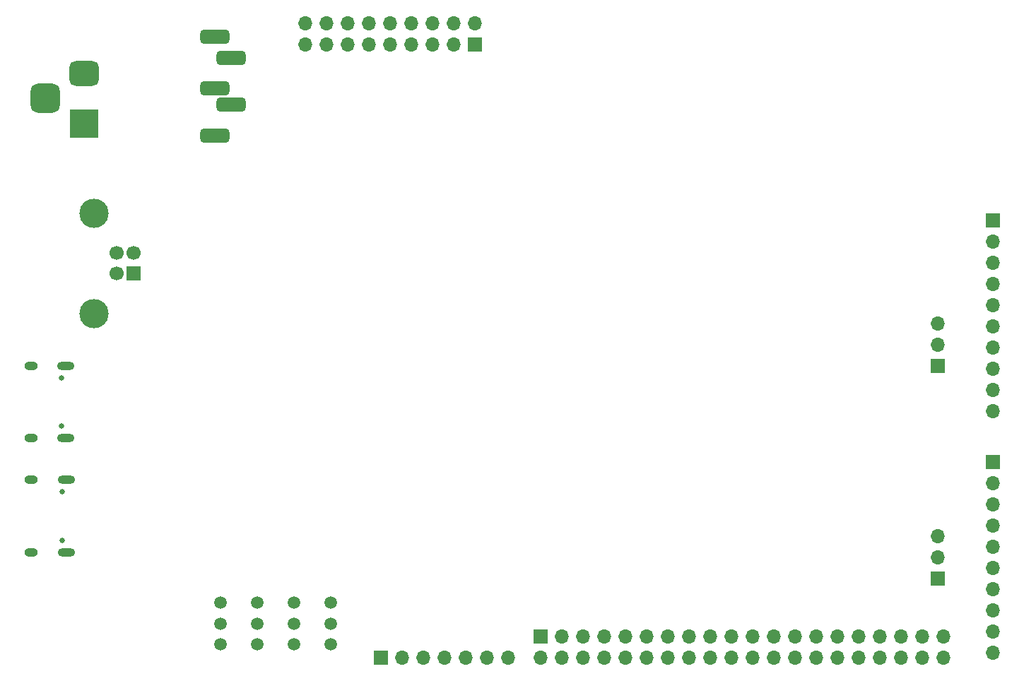
<source format=gbr>
%TF.GenerationSoftware,KiCad,Pcbnew,(6.0.5)*%
%TF.CreationDate,2024-01-23T17:13:34+09:00*%
%TF.ProjectId,ESP32_S2DevelopBoard,45535033-325f-4533-9244-6576656c6f70,rev?*%
%TF.SameCoordinates,Original*%
%TF.FileFunction,Soldermask,Bot*%
%TF.FilePolarity,Negative*%
%FSLAX46Y46*%
G04 Gerber Fmt 4.6, Leading zero omitted, Abs format (unit mm)*
G04 Created by KiCad (PCBNEW (6.0.5)) date 2024-01-23 17:13:34*
%MOMM*%
%LPD*%
G01*
G04 APERTURE LIST*
G04 Aperture macros list*
%AMRoundRect*
0 Rectangle with rounded corners*
0 $1 Rounding radius*
0 $2 $3 $4 $5 $6 $7 $8 $9 X,Y pos of 4 corners*
0 Add a 4 corners polygon primitive as box body*
4,1,4,$2,$3,$4,$5,$6,$7,$8,$9,$2,$3,0*
0 Add four circle primitives for the rounded corners*
1,1,$1+$1,$2,$3*
1,1,$1+$1,$4,$5*
1,1,$1+$1,$6,$7*
1,1,$1+$1,$8,$9*
0 Add four rect primitives between the rounded corners*
20,1,$1+$1,$2,$3,$4,$5,0*
20,1,$1+$1,$4,$5,$6,$7,0*
20,1,$1+$1,$6,$7,$8,$9,0*
20,1,$1+$1,$8,$9,$2,$3,0*%
G04 Aperture macros list end*
%ADD10R,1.700000X1.700000*%
%ADD11O,1.700000X1.700000*%
%ADD12C,0.650000*%
%ADD13O,1.600000X1.000000*%
%ADD14O,2.100000X1.000000*%
%ADD15C,1.500000*%
%ADD16C,1.700000*%
%ADD17C,3.500000*%
%ADD18RoundRect,0.425000X1.325000X-0.425000X1.325000X0.425000X-1.325000X0.425000X-1.325000X-0.425000X0*%
%ADD19R,3.500000X3.500000*%
%ADD20RoundRect,0.750000X-1.000000X0.750000X-1.000000X-0.750000X1.000000X-0.750000X1.000000X0.750000X0*%
%ADD21RoundRect,0.875000X-0.875000X0.875000X-0.875000X-0.875000X0.875000X-0.875000X0.875000X0.875000X0*%
G04 APERTURE END LIST*
D10*
%TO.C,J2*%
X204400000Y-116240000D03*
D11*
X204400000Y-118780000D03*
X204400000Y-121320000D03*
X204400000Y-123860000D03*
X204400000Y-126400000D03*
X204400000Y-128940000D03*
X204400000Y-131480000D03*
X204400000Y-134020000D03*
X204400000Y-136560000D03*
X204400000Y-139100000D03*
%TD*%
D12*
%TO.C,J3*%
X92880000Y-111880000D03*
X92880000Y-106100000D03*
D13*
X89200000Y-104670000D03*
D14*
X93380000Y-104670000D03*
D13*
X89200000Y-113310000D03*
D14*
X93380000Y-113310000D03*
%TD*%
D10*
%TO.C,J4*%
X204400000Y-87240000D03*
D11*
X204400000Y-89780000D03*
X204400000Y-92320000D03*
X204400000Y-94860000D03*
X204400000Y-97400000D03*
X204400000Y-99940000D03*
X204400000Y-102480000D03*
X204400000Y-105020000D03*
X204400000Y-107560000D03*
X204400000Y-110100000D03*
%TD*%
D15*
%TO.C,SW1*%
X111875000Y-133090000D03*
X111875000Y-135590000D03*
X111875000Y-138090000D03*
%TD*%
%TO.C,SW4*%
X125075000Y-133090000D03*
X125075000Y-135590000D03*
X125075000Y-138090000D03*
%TD*%
%TO.C,SW2*%
X116275000Y-133090000D03*
X116275000Y-135590000D03*
X116275000Y-138090000D03*
%TD*%
D10*
%TO.C,J10*%
X197800000Y-130200000D03*
D11*
X197800000Y-127660000D03*
X197800000Y-125120000D03*
%TD*%
D10*
%TO.C,J11*%
X131075000Y-139665000D03*
D11*
X133615000Y-139665000D03*
X136155000Y-139665000D03*
X138695000Y-139665000D03*
X141235000Y-139665000D03*
X143775000Y-139665000D03*
X146315000Y-139665000D03*
%TD*%
D10*
%TO.C,J8*%
X101452500Y-93640000D03*
D16*
X101452500Y-91140000D03*
X99452500Y-91140000D03*
X99452500Y-93640000D03*
D17*
X96742500Y-98410000D03*
X96742500Y-86370000D03*
%TD*%
D18*
%TO.C,U8*%
X111175000Y-65265000D03*
X111175000Y-71415000D03*
X113175000Y-73365000D03*
X111175000Y-77065000D03*
X113175000Y-67765000D03*
%TD*%
D12*
%TO.C,J6*%
X92895000Y-125580000D03*
X92895000Y-119800000D03*
D14*
X93395000Y-118370000D03*
X93395000Y-127010000D03*
D13*
X89215000Y-118370000D03*
X89215000Y-127010000D03*
%TD*%
D19*
%TO.C,J1*%
X95582500Y-75640000D03*
D20*
X95582500Y-69640000D03*
D21*
X90882500Y-72640000D03*
%TD*%
D15*
%TO.C,SW3*%
X120675000Y-133090000D03*
X120675000Y-135590000D03*
X120675000Y-138090000D03*
%TD*%
D10*
%TO.C,J14*%
X142375000Y-66140000D03*
D11*
X142375000Y-63600000D03*
X139835000Y-66140000D03*
X139835000Y-63600000D03*
X137295000Y-66140000D03*
X137295000Y-63600000D03*
X134755000Y-66140000D03*
X134755000Y-63600000D03*
X132215000Y-66140000D03*
X132215000Y-63600000D03*
X129675000Y-66140000D03*
X129675000Y-63600000D03*
X127135000Y-66140000D03*
X127135000Y-63600000D03*
X124595000Y-66140000D03*
X124595000Y-63600000D03*
X122055000Y-66140000D03*
X122055000Y-63600000D03*
%TD*%
D10*
%TO.C,J5*%
X150275000Y-137100000D03*
D11*
X150275000Y-139640000D03*
X152815000Y-137100000D03*
X152815000Y-139640000D03*
X155355000Y-137100000D03*
X155355000Y-139640000D03*
X157895000Y-137100000D03*
X157895000Y-139640000D03*
X160435000Y-137100000D03*
X160435000Y-139640000D03*
X162975000Y-137100000D03*
X162975000Y-139640000D03*
X165515000Y-137100000D03*
X165515000Y-139640000D03*
X168055000Y-137100000D03*
X168055000Y-139640000D03*
X170595000Y-137100000D03*
X170595000Y-139640000D03*
X173135000Y-137100000D03*
X173135000Y-139640000D03*
X175675000Y-137100000D03*
X175675000Y-139640000D03*
X178215000Y-137100000D03*
X178215000Y-139640000D03*
X180755000Y-137100000D03*
X180755000Y-139640000D03*
X183295000Y-137100000D03*
X183295000Y-139640000D03*
X185835000Y-137100000D03*
X185835000Y-139640000D03*
X188375000Y-137100000D03*
X188375000Y-139640000D03*
X190915000Y-137100000D03*
X190915000Y-139640000D03*
X193455000Y-137100000D03*
X193455000Y-139640000D03*
X195995000Y-137100000D03*
X195995000Y-139640000D03*
X198535000Y-137100000D03*
X198535000Y-139640000D03*
%TD*%
D10*
%TO.C,J13*%
X197800000Y-104690000D03*
D11*
X197800000Y-102150000D03*
X197800000Y-99610000D03*
%TD*%
M02*

</source>
